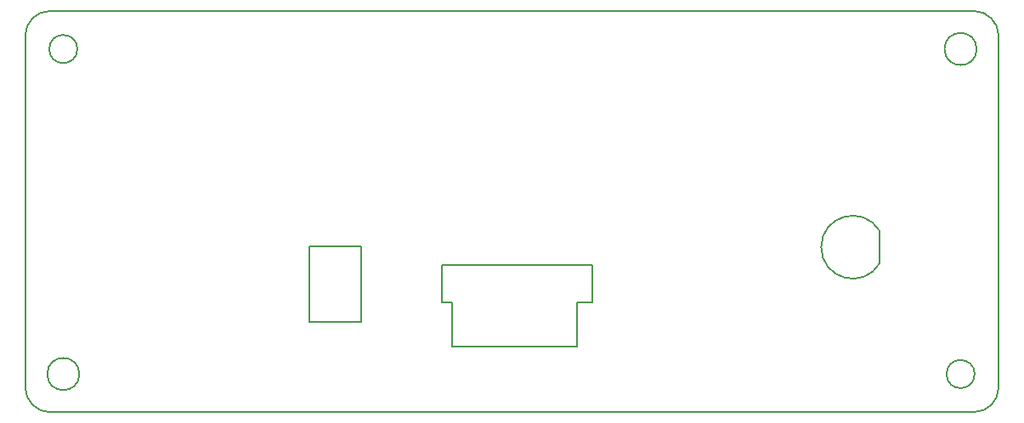
<source format=gko>
G04 #@! TF.FileFunction,Profile,NP*
%FSLAX46Y46*%
G04 Gerber Fmt 4.6, Leading zero omitted, Abs format (unit mm)*
G04 Created by KiCad (PCBNEW no-bzr-kicad_new3d-viewer) date 06/27/16 23:25:45*
%MOMM*%
%LPD*%
G01*
G04 APERTURE LIST*
%ADD10C,0.100000*%
%ADD11C,0.150000*%
G04 APERTURE END LIST*
D10*
D11*
X114911900Y-82160340D02*
X114911900Y-89760340D01*
X109711900Y-82160340D02*
X114911900Y-82160340D01*
X109711900Y-89760340D02*
X109711900Y-82160340D01*
X114911900Y-89760340D02*
X109711900Y-89760340D01*
X136411900Y-87760340D02*
X136411900Y-92160340D01*
X137911900Y-87760340D02*
X136411900Y-87760340D01*
X137911900Y-84060340D02*
X137911900Y-87760340D01*
X122911900Y-84060340D02*
X137911900Y-84060340D01*
X122911900Y-87760340D02*
X122911900Y-84060340D01*
X123911900Y-87760340D02*
X122911900Y-87760340D01*
X123911900Y-92160340D02*
X123911900Y-87760340D01*
X136411900Y-92160340D02*
X123911900Y-92160340D01*
X86808348Y-94929764D02*
G75*
G03X86808348Y-94929764I-1600000J0D01*
G01*
X83908348Y-98729764D02*
G75*
G02X81408348Y-96229764I0J2500000D01*
G01*
X176008348Y-94929764D02*
G75*
G03X176008348Y-94929764I-1400000J0D01*
G01*
X178408348Y-96229764D02*
G75*
G02X175908348Y-98729764I-2500000J0D01*
G01*
X176208348Y-62529764D02*
G75*
G03X176208348Y-62529764I-1600000J0D01*
G01*
X175908348Y-58729764D02*
G75*
G02X178408348Y-61229764I0J-2500000D01*
G01*
X81408348Y-61229764D02*
G75*
G02X83908348Y-58729764I2500000J0D01*
G01*
X86608348Y-62529764D02*
G75*
G03X86608348Y-62529764I-1400000J0D01*
G01*
X81408348Y-61229764D02*
X81408348Y-96229764D01*
X178408348Y-96229764D02*
X178408348Y-61229764D01*
X175908348Y-98729764D02*
X83908348Y-98729764D01*
X175908348Y-58729764D02*
X83908348Y-58729764D01*
X166567437Y-83864326D02*
G75*
G02X166558348Y-80679764I-2709089J1584562D01*
G01*
X166558348Y-80679764D02*
X166558348Y-83879764D01*
M02*

</source>
